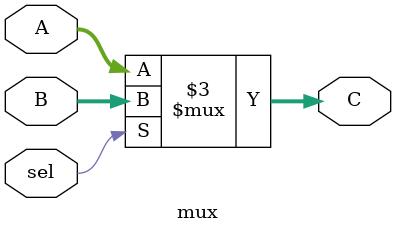
<source format=v>
`timescale 1ns/1ns

module mux(

    //inputs
    input sel,
    input [31:0] A,
    input [31:0] B,

    //outputs
    output reg[31:0] C

);

always @*
begin
    if(sel)
    begin 
        C=B;
    end
    else
    begin
        C=A;
    end
end

endmodule
</source>
